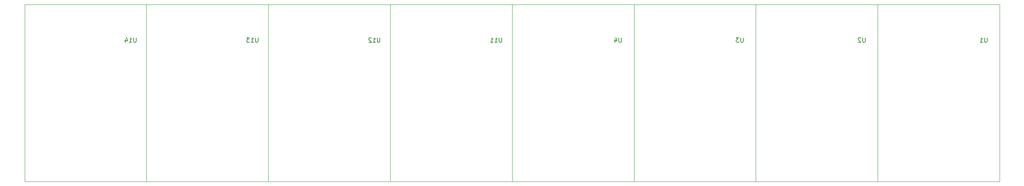
<source format=gbr>
G04 #@! TF.GenerationSoftware,KiCad,Pcbnew,(6.0.0-rc1-dev-557-ge985f797c)*
G04 #@! TF.CreationDate,2021-03-05T01:29:39+01:00*
G04 #@! TF.ProjectId,16seg_Module,31367365675F4D6F64756C652E6B6963,1.0*
G04 #@! TF.SameCoordinates,Original*
G04 #@! TF.FileFunction,Legend,Bot*
G04 #@! TF.FilePolarity,Positive*
%FSLAX46Y46*%
G04 Gerber Fmt 4.6, Leading zero omitted, Abs format (unit mm)*
G04 Created by KiCad (PCBNEW (6.0.0-rc1-dev-557-ge985f797c)) date 03/05/21 01:29:39*
%MOMM*%
%LPD*%
G01*
G04 APERTURE LIST*
%ADD10C,0.100000*%
%ADD11C,0.150000*%
G04 APERTURE END LIST*
D10*
G04 #@! TO.C,U14*
X66750000Y-80692304D02*
X66750000Y-40692304D01*
X39250000Y-80692304D02*
X66750000Y-80692304D01*
X39250000Y-40692304D02*
X39250000Y-80692304D01*
X66750000Y-40692304D02*
X39250000Y-40692304D01*
G04 #@! TO.C,U13*
X94250000Y-80692304D02*
X94250000Y-40692304D01*
X66750000Y-80692304D02*
X94250000Y-80692304D01*
X66750000Y-40692304D02*
X66750000Y-80692304D01*
X94250000Y-40692304D02*
X66750000Y-40692304D01*
G04 #@! TO.C,U12*
X121750000Y-80692304D02*
X121750000Y-40692304D01*
X94250000Y-80692304D02*
X121750000Y-80692304D01*
X94250000Y-40692304D02*
X94250000Y-80692304D01*
X121750000Y-40692304D02*
X94250000Y-40692304D01*
G04 #@! TO.C,U11*
X149250000Y-80692304D02*
X149250000Y-40692304D01*
X121750000Y-80692304D02*
X149250000Y-80692304D01*
X121750000Y-40692304D02*
X121750000Y-80692304D01*
X149250000Y-40692304D02*
X121750000Y-40692304D01*
G04 #@! TO.C,U4*
X176750000Y-80692304D02*
X176750000Y-40692304D01*
X149250000Y-80692304D02*
X176750000Y-80692304D01*
X149250000Y-40692304D02*
X149250000Y-80692304D01*
X176750000Y-40692304D02*
X149250000Y-40692304D01*
G04 #@! TO.C,U3*
X204250000Y-80692304D02*
X204250000Y-40692304D01*
X176750000Y-80692304D02*
X204250000Y-80692304D01*
X176750000Y-40692304D02*
X176750000Y-80692304D01*
X204250000Y-40692304D02*
X176750000Y-40692304D01*
G04 #@! TO.C,U2*
X231750000Y-80692304D02*
X231750000Y-40692304D01*
X204250000Y-80692304D02*
X231750000Y-80692304D01*
X204250000Y-40692304D02*
X204250000Y-80692304D01*
X231750000Y-40692304D02*
X204250000Y-40692304D01*
G04 #@! TO.C,U1*
X259250000Y-80692304D02*
X259250000Y-40692304D01*
X231750000Y-80692304D02*
X259250000Y-80692304D01*
X231750000Y-40692304D02*
X231750000Y-80692304D01*
X259250000Y-40692304D02*
X231750000Y-40692304D01*
G04 #@! TO.C,U14*
D11*
X64414404Y-48202380D02*
X64414404Y-49011904D01*
X64366785Y-49107142D01*
X64319166Y-49154761D01*
X64223928Y-49202380D01*
X64033452Y-49202380D01*
X63938214Y-49154761D01*
X63890595Y-49107142D01*
X63842976Y-49011904D01*
X63842976Y-48202380D01*
X62842976Y-49202380D02*
X63414404Y-49202380D01*
X63128690Y-49202380D02*
X63128690Y-48202380D01*
X63223928Y-48345238D01*
X63319166Y-48440476D01*
X63414404Y-48488095D01*
X61985833Y-48535714D02*
X61985833Y-49202380D01*
X62223928Y-48154761D02*
X62462023Y-48869047D01*
X61842976Y-48869047D01*
G04 #@! TO.C,U13*
X91914404Y-48202380D02*
X91914404Y-49011904D01*
X91866785Y-49107142D01*
X91819166Y-49154761D01*
X91723928Y-49202380D01*
X91533452Y-49202380D01*
X91438214Y-49154761D01*
X91390595Y-49107142D01*
X91342976Y-49011904D01*
X91342976Y-48202380D01*
X90342976Y-49202380D02*
X90914404Y-49202380D01*
X90628690Y-49202380D02*
X90628690Y-48202380D01*
X90723928Y-48345238D01*
X90819166Y-48440476D01*
X90914404Y-48488095D01*
X90009642Y-48202380D02*
X89390595Y-48202380D01*
X89723928Y-48583333D01*
X89581071Y-48583333D01*
X89485833Y-48630952D01*
X89438214Y-48678571D01*
X89390595Y-48773809D01*
X89390595Y-49011904D01*
X89438214Y-49107142D01*
X89485833Y-49154761D01*
X89581071Y-49202380D01*
X89866785Y-49202380D01*
X89962023Y-49154761D01*
X90009642Y-49107142D01*
G04 #@! TO.C,U12*
X119414404Y-48202380D02*
X119414404Y-49011904D01*
X119366785Y-49107142D01*
X119319166Y-49154761D01*
X119223928Y-49202380D01*
X119033452Y-49202380D01*
X118938214Y-49154761D01*
X118890595Y-49107142D01*
X118842976Y-49011904D01*
X118842976Y-48202380D01*
X117842976Y-49202380D02*
X118414404Y-49202380D01*
X118128690Y-49202380D02*
X118128690Y-48202380D01*
X118223928Y-48345238D01*
X118319166Y-48440476D01*
X118414404Y-48488095D01*
X117462023Y-48297619D02*
X117414404Y-48250000D01*
X117319166Y-48202380D01*
X117081071Y-48202380D01*
X116985833Y-48250000D01*
X116938214Y-48297619D01*
X116890595Y-48392857D01*
X116890595Y-48488095D01*
X116938214Y-48630952D01*
X117509642Y-49202380D01*
X116890595Y-49202380D01*
G04 #@! TO.C,U11*
X146914404Y-48202380D02*
X146914404Y-49011904D01*
X146866785Y-49107142D01*
X146819166Y-49154761D01*
X146723928Y-49202380D01*
X146533452Y-49202380D01*
X146438214Y-49154761D01*
X146390595Y-49107142D01*
X146342976Y-49011904D01*
X146342976Y-48202380D01*
X145342976Y-49202380D02*
X145914404Y-49202380D01*
X145628690Y-49202380D02*
X145628690Y-48202380D01*
X145723928Y-48345238D01*
X145819166Y-48440476D01*
X145914404Y-48488095D01*
X144390595Y-49202380D02*
X144962023Y-49202380D01*
X144676309Y-49202380D02*
X144676309Y-48202380D01*
X144771547Y-48345238D01*
X144866785Y-48440476D01*
X144962023Y-48488095D01*
G04 #@! TO.C,U4*
X173914404Y-48202380D02*
X173914404Y-49011904D01*
X173866785Y-49107142D01*
X173819166Y-49154761D01*
X173723928Y-49202380D01*
X173533452Y-49202380D01*
X173438214Y-49154761D01*
X173390595Y-49107142D01*
X173342976Y-49011904D01*
X173342976Y-48202380D01*
X172438214Y-48535714D02*
X172438214Y-49202380D01*
X172676309Y-48154761D02*
X172914404Y-48869047D01*
X172295357Y-48869047D01*
G04 #@! TO.C,U3*
X201414404Y-48202380D02*
X201414404Y-49011904D01*
X201366785Y-49107142D01*
X201319166Y-49154761D01*
X201223928Y-49202380D01*
X201033452Y-49202380D01*
X200938214Y-49154761D01*
X200890595Y-49107142D01*
X200842976Y-49011904D01*
X200842976Y-48202380D01*
X200462023Y-48202380D02*
X199842976Y-48202380D01*
X200176309Y-48583333D01*
X200033452Y-48583333D01*
X199938214Y-48630952D01*
X199890595Y-48678571D01*
X199842976Y-48773809D01*
X199842976Y-49011904D01*
X199890595Y-49107142D01*
X199938214Y-49154761D01*
X200033452Y-49202380D01*
X200319166Y-49202380D01*
X200414404Y-49154761D01*
X200462023Y-49107142D01*
G04 #@! TO.C,U2*
X228914404Y-48202380D02*
X228914404Y-49011904D01*
X228866785Y-49107142D01*
X228819166Y-49154761D01*
X228723928Y-49202380D01*
X228533452Y-49202380D01*
X228438214Y-49154761D01*
X228390595Y-49107142D01*
X228342976Y-49011904D01*
X228342976Y-48202380D01*
X227914404Y-48297619D02*
X227866785Y-48250000D01*
X227771547Y-48202380D01*
X227533452Y-48202380D01*
X227438214Y-48250000D01*
X227390595Y-48297619D01*
X227342976Y-48392857D01*
X227342976Y-48488095D01*
X227390595Y-48630952D01*
X227962023Y-49202380D01*
X227342976Y-49202380D01*
G04 #@! TO.C,U1*
X256414404Y-48202380D02*
X256414404Y-49011904D01*
X256366785Y-49107142D01*
X256319166Y-49154761D01*
X256223928Y-49202380D01*
X256033452Y-49202380D01*
X255938214Y-49154761D01*
X255890595Y-49107142D01*
X255842976Y-49011904D01*
X255842976Y-48202380D01*
X254842976Y-49202380D02*
X255414404Y-49202380D01*
X255128690Y-49202380D02*
X255128690Y-48202380D01*
X255223928Y-48345238D01*
X255319166Y-48440476D01*
X255414404Y-48488095D01*
G04 #@! TD*
M02*

</source>
